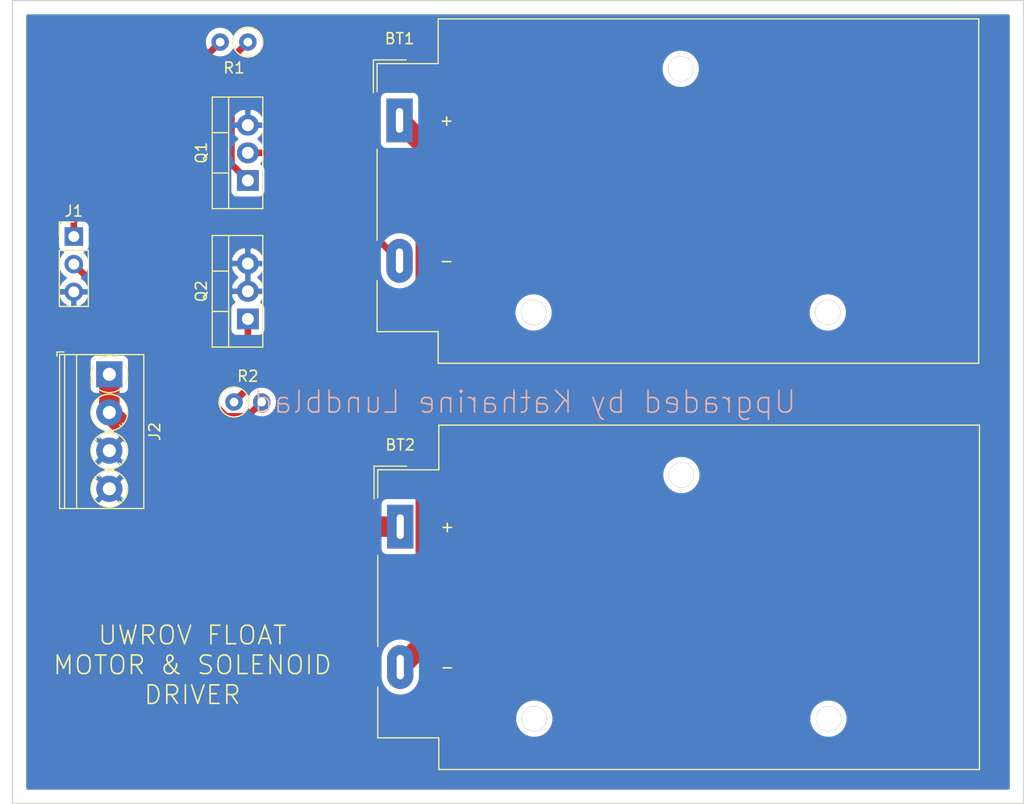
<source format=kicad_pcb>
(kicad_pcb (version 20171130) (host pcbnew "(5.1.9)-1")

  (general
    (thickness 1.6)
    (drawings 6)
    (tracks 18)
    (zones 0)
    (modules 8)
    (nets 9)
  )

  (page A4)
  (layers
    (0 F.Cu signal)
    (31 B.Cu signal)
    (32 B.Adhes user)
    (33 F.Adhes user)
    (34 B.Paste user)
    (35 F.Paste user)
    (36 B.SilkS user)
    (37 F.SilkS user)
    (38 B.Mask user)
    (39 F.Mask user)
    (40 Dwgs.User user)
    (41 Cmts.User user)
    (42 Eco1.User user)
    (43 Eco2.User user)
    (44 Edge.Cuts user)
    (45 Margin user)
    (46 B.CrtYd user)
    (47 F.CrtYd user)
    (48 B.Fab user)
    (49 F.Fab user)
  )

  (setup
    (last_trace_width 1.8796)
    (user_trace_width 0.6096)
    (user_trace_width 1.8796)
    (user_trace_width 4.7244)
    (user_trace_width 6.022)
    (user_trace_width 9.5758)
    (user_trace_width 9.6774)
    (trace_clearance 0.2)
    (zone_clearance 0.508)
    (zone_45_only no)
    (trace_min 0.2)
    (via_size 0.8)
    (via_drill 0.4)
    (via_min_size 0.4)
    (via_min_drill 0.3)
    (uvia_size 0.3)
    (uvia_drill 0.1)
    (uvias_allowed no)
    (uvia_min_size 0.2)
    (uvia_min_drill 0.1)
    (edge_width 0.05)
    (segment_width 0.2)
    (pcb_text_width 0.3)
    (pcb_text_size 1.5 1.5)
    (mod_edge_width 0.12)
    (mod_text_size 1 1)
    (mod_text_width 0.15)
    (pad_size 1.524 1.524)
    (pad_drill 0.762)
    (pad_to_mask_clearance 0)
    (aux_axis_origin 0 0)
    (visible_elements FFFFFF7F)
    (pcbplotparams
      (layerselection 0x010fc_ffffffff)
      (usegerberextensions false)
      (usegerberattributes true)
      (usegerberadvancedattributes true)
      (creategerberjobfile true)
      (excludeedgelayer true)
      (linewidth 0.100000)
      (plotframeref false)
      (viasonmask false)
      (mode 1)
      (useauxorigin false)
      (hpglpennumber 1)
      (hpglpenspeed 20)
      (hpglpendiameter 15.000000)
      (psnegative false)
      (psa4output false)
      (plotreference true)
      (plotvalue true)
      (plotinvisibletext false)
      (padsonsilk false)
      (subtractmaskfromsilk false)
      (outputformat 1)
      (mirror false)
      (drillshape 1)
      (scaleselection 1)
      (outputdirectory ""))
  )

  (net 0 "")
  (net 1 "Net-(BT1-Pad1)")
  (net 2 "Net-(BT1-Pad2)")
  (net 3 /MOTOR)
  (net 4 /RPI_1)
  (net 5 /RPI_2)
  (net 6 GND)
  (net 7 "Net-(Q1-Pad1)")
  (net 8 "Net-(Q2-Pad1)")

  (net_class Default "This is the default net class."
    (clearance 0.2)
    (trace_width 0.25)
    (via_dia 0.8)
    (via_drill 0.4)
    (uvia_dia 0.3)
    (uvia_drill 0.1)
    (add_net /MOTOR)
    (add_net /RPI_1)
    (add_net /RPI_2)
    (add_net GND)
    (add_net "Net-(BT1-Pad1)")
    (add_net "Net-(BT1-Pad2)")
    (add_net "Net-(Q1-Pad1)")
    (add_net "Net-(Q2-Pad1)")
  )

  (module Battery:BatteryHolder_MPD_BA9VPC_1xPP3 (layer F.Cu) (tedit 5E3B46E0) (tstamp 618FE5B4)
    (at 83.755001 47.825001)
    (descr "1xPP3 (9V) battery holder, Memory Protection Devices P/N BA9VPC, http://www.memoryprotectiondevices.com/datasheets/BA9VPC-datasheet.pdf")
    (tags "PP3 Battery Holder BA9VPC 9V")
    (path /619037CD)
    (fp_text reference BT1 (at 0 -7.5) (layer F.SilkS)
      (effects (font (size 1 1) (thickness 0.15)))
    )
    (fp_text value Battery_Cell (at 25.75 23.6) (layer F.Fab)
      (effects (font (size 1 1) (thickness 0.15)))
    )
    (fp_line (start -1.95 0.45) (end -1.5 0) (layer F.Fab) (width 0.1))
    (fp_line (start -1.5 0) (end -1.95 -0.45) (layer F.Fab) (width 0.1))
    (fp_line (start -2.4 -5.55) (end 0.6 -5.55) (layer F.SilkS) (width 0.12))
    (fp_line (start -2.4 -5.55) (end -2.4 -2.55) (layer F.SilkS) (width 0.12))
    (fp_line (start -2.06 19.38) (end -2.06 14.7) (layer F.SilkS) (width 0.12))
    (fp_line (start -2.06 2.65) (end -2.06 11) (layer F.SilkS) (width 0.12))
    (fp_line (start -2.06 -5.21) (end -2.06 -2.65) (layer F.SilkS) (width 0.12))
    (fp_line (start 3.54 -5.21) (end -2.06 -5.21) (layer F.SilkS) (width 0.12))
    (fp_line (start 3.54 -9.31) (end 3.54 -5.21) (layer F.SilkS) (width 0.12))
    (fp_line (start 53.1 -9.31) (end 3.54 -9.31) (layer F.SilkS) (width 0.12))
    (fp_line (start 3.54 19.38) (end -2.06 19.38) (layer F.SilkS) (width 0.12))
    (fp_line (start 3.54 22.28) (end 3.54 19.38) (layer F.SilkS) (width 0.12))
    (fp_line (start 53.1 22.28) (end 3.54 22.28) (layer F.SilkS) (width 0.12))
    (fp_line (start 53.1 22.28) (end 53.1 -9.31) (layer F.SilkS) (width 0.12))
    (fp_line (start -1.95 19.27) (end -1.95 -5.1) (layer F.Fab) (width 0.1))
    (fp_line (start 52.99 22.17) (end 52.99 -9.2) (layer F.Fab) (width 0.1))
    (fp_line (start 3.65 22.17) (end 52.99 22.17) (layer F.Fab) (width 0.1))
    (fp_line (start 3.65 -9.2) (end 52.99 -9.2) (layer F.Fab) (width 0.1))
    (fp_line (start 3.65 -5.1) (end -1.95 -5.1) (layer F.Fab) (width 0.1))
    (fp_line (start 3.65 -5.1) (end 3.65 -9.2) (layer F.Fab) (width 0.1))
    (fp_line (start 3.65 19.27) (end -1.95 19.27) (layer F.Fab) (width 0.1))
    (fp_line (start 3.65 22.17) (end 3.65 19.27) (layer F.Fab) (width 0.1))
    (fp_line (start -2.45 -9.7) (end 53.49 -9.7) (layer F.CrtYd) (width 0.05))
    (fp_line (start -2.45 22.67) (end 53.49 22.67) (layer F.CrtYd) (width 0.05))
    (fp_line (start -2.45 -9.7) (end -2.45 22.67) (layer F.CrtYd) (width 0.05))
    (fp_line (start 53.49 22.67) (end 53.49 -9.7) (layer F.CrtYd) (width 0.05))
    (fp_text user %R (at 25.75 6.5) (layer F.Fab)
      (effects (font (size 1 1) (thickness 0.15)))
    )
    (fp_text user - (at 3.6 12.88) (layer F.SilkS)
      (effects (font (size 1 1) (thickness 0.15)) (justify left))
    )
    (fp_text user + (at 3.6 0) (layer F.SilkS)
      (effects (font (size 1 1) (thickness 0.15)) (justify left))
    )
    (pad 1 thru_hole rect (at 0 0) (size 2.41 4.02) (drill oval 0.66 2.27) (layers *.Cu *.Mask)
      (net 1 "Net-(BT1-Pad1)"))
    (pad 2 thru_hole oval (at 0 12.88) (size 2.41 4.02) (drill oval 0.66 2.27) (layers *.Cu *.Mask)
      (net 2 "Net-(BT1-Pad2)"))
    (pad "" np_thru_hole circle (at 25.78 -4.73) (size 2.3 2.3) (drill 2.29) (layers *.Cu *.Mask))
    (pad "" np_thru_hole circle (at 12.29 17.62) (size 2.3 2.3) (drill 2.29) (layers *.Cu *.Mask))
    (pad "" np_thru_hole circle (at 39.26 17.62) (size 2.3 2.3) (drill 2.29) (layers *.Cu *.Mask))
    (model ${KISYS3DMOD}/Battery.3dshapes/BatteryHolder_MPD_BA9VPC_1xPP3.wrl
      (at (xyz 0 0 0))
      (scale (xyz 1 1 1))
      (rotate (xyz 0 0 0))
    )
  )

  (module Battery:BatteryHolder_MPD_BA9VPC_1xPP3 (layer F.Cu) (tedit 5E3B46E0) (tstamp 618FEA71)
    (at 83.82 85.09)
    (descr "1xPP3 (9V) battery holder, Memory Protection Devices P/N BA9VPC, http://www.memoryprotectiondevices.com/datasheets/BA9VPC-datasheet.pdf")
    (tags "PP3 Battery Holder BA9VPC 9V")
    (path /61903D1E)
    (fp_text reference BT2 (at 0 -7.5) (layer F.SilkS)
      (effects (font (size 1 1) (thickness 0.15)))
    )
    (fp_text value Battery_Cell (at 25.75 23.6) (layer F.Fab)
      (effects (font (size 1 1) (thickness 0.15)))
    )
    (fp_text user + (at 3.6 0) (layer F.SilkS)
      (effects (font (size 1 1) (thickness 0.15)) (justify left))
    )
    (fp_text user - (at 3.6 12.88) (layer F.SilkS)
      (effects (font (size 1 1) (thickness 0.15)) (justify left))
    )
    (fp_text user %R (at 25.75 6.5) (layer F.Fab)
      (effects (font (size 1 1) (thickness 0.15)))
    )
    (fp_line (start 53.49 22.67) (end 53.49 -9.7) (layer F.CrtYd) (width 0.05))
    (fp_line (start -2.45 -9.7) (end -2.45 22.67) (layer F.CrtYd) (width 0.05))
    (fp_line (start -2.45 22.67) (end 53.49 22.67) (layer F.CrtYd) (width 0.05))
    (fp_line (start -2.45 -9.7) (end 53.49 -9.7) (layer F.CrtYd) (width 0.05))
    (fp_line (start 3.65 22.17) (end 3.65 19.27) (layer F.Fab) (width 0.1))
    (fp_line (start 3.65 19.27) (end -1.95 19.27) (layer F.Fab) (width 0.1))
    (fp_line (start 3.65 -5.1) (end 3.65 -9.2) (layer F.Fab) (width 0.1))
    (fp_line (start 3.65 -5.1) (end -1.95 -5.1) (layer F.Fab) (width 0.1))
    (fp_line (start 3.65 -9.2) (end 52.99 -9.2) (layer F.Fab) (width 0.1))
    (fp_line (start 3.65 22.17) (end 52.99 22.17) (layer F.Fab) (width 0.1))
    (fp_line (start 52.99 22.17) (end 52.99 -9.2) (layer F.Fab) (width 0.1))
    (fp_line (start -1.95 19.27) (end -1.95 -5.1) (layer F.Fab) (width 0.1))
    (fp_line (start 53.1 22.28) (end 53.1 -9.31) (layer F.SilkS) (width 0.12))
    (fp_line (start 53.1 22.28) (end 3.54 22.28) (layer F.SilkS) (width 0.12))
    (fp_line (start 3.54 22.28) (end 3.54 19.38) (layer F.SilkS) (width 0.12))
    (fp_line (start 3.54 19.38) (end -2.06 19.38) (layer F.SilkS) (width 0.12))
    (fp_line (start 53.1 -9.31) (end 3.54 -9.31) (layer F.SilkS) (width 0.12))
    (fp_line (start 3.54 -9.31) (end 3.54 -5.21) (layer F.SilkS) (width 0.12))
    (fp_line (start 3.54 -5.21) (end -2.06 -5.21) (layer F.SilkS) (width 0.12))
    (fp_line (start -2.06 -5.21) (end -2.06 -2.65) (layer F.SilkS) (width 0.12))
    (fp_line (start -2.06 2.65) (end -2.06 11) (layer F.SilkS) (width 0.12))
    (fp_line (start -2.06 19.38) (end -2.06 14.7) (layer F.SilkS) (width 0.12))
    (fp_line (start -2.4 -5.55) (end -2.4 -2.55) (layer F.SilkS) (width 0.12))
    (fp_line (start -2.4 -5.55) (end 0.6 -5.55) (layer F.SilkS) (width 0.12))
    (fp_line (start -1.5 0) (end -1.95 -0.45) (layer F.Fab) (width 0.1))
    (fp_line (start -1.95 0.45) (end -1.5 0) (layer F.Fab) (width 0.1))
    (pad "" np_thru_hole circle (at 39.26 17.62) (size 2.3 2.3) (drill 2.29) (layers *.Cu *.Mask))
    (pad "" np_thru_hole circle (at 12.29 17.62) (size 2.3 2.3) (drill 2.29) (layers *.Cu *.Mask))
    (pad "" np_thru_hole circle (at 25.78 -4.73) (size 2.3 2.3) (drill 2.29) (layers *.Cu *.Mask))
    (pad 2 thru_hole oval (at 0 12.88) (size 2.41 4.02) (drill oval 0.66 2.27) (layers *.Cu *.Mask)
      (net 1 "Net-(BT1-Pad1)"))
    (pad 1 thru_hole rect (at 0 0) (size 2.41 4.02) (drill oval 0.66 2.27) (layers *.Cu *.Mask)
      (net 3 /MOTOR))
    (model ${KISYS3DMOD}/Battery.3dshapes/BatteryHolder_MPD_BA9VPC_1xPP3.wrl
      (at (xyz 0 0 0))
      (scale (xyz 1 1 1))
      (rotate (xyz 0 0 0))
    )
  )

  (module Connector_PinHeader_2.54mm:PinHeader_1x03_P2.54mm_Vertical (layer F.Cu) (tedit 59FED5CC) (tstamp 618FE5F1)
    (at 53.895001 58.475001)
    (descr "Through hole straight pin header, 1x03, 2.54mm pitch, single row")
    (tags "Through hole pin header THT 1x03 2.54mm single row")
    (path /618FA783)
    (fp_text reference J1 (at 0 -2.33) (layer F.SilkS)
      (effects (font (size 1 1) (thickness 0.15)))
    )
    (fp_text value Conn_01x03_Male (at 0 7.41) (layer F.Fab)
      (effects (font (size 1 1) (thickness 0.15)))
    )
    (fp_line (start 1.8 -1.8) (end -1.8 -1.8) (layer F.CrtYd) (width 0.05))
    (fp_line (start 1.8 6.85) (end 1.8 -1.8) (layer F.CrtYd) (width 0.05))
    (fp_line (start -1.8 6.85) (end 1.8 6.85) (layer F.CrtYd) (width 0.05))
    (fp_line (start -1.8 -1.8) (end -1.8 6.85) (layer F.CrtYd) (width 0.05))
    (fp_line (start -1.33 -1.33) (end 0 -1.33) (layer F.SilkS) (width 0.12))
    (fp_line (start -1.33 0) (end -1.33 -1.33) (layer F.SilkS) (width 0.12))
    (fp_line (start -1.33 1.27) (end 1.33 1.27) (layer F.SilkS) (width 0.12))
    (fp_line (start 1.33 1.27) (end 1.33 6.41) (layer F.SilkS) (width 0.12))
    (fp_line (start -1.33 1.27) (end -1.33 6.41) (layer F.SilkS) (width 0.12))
    (fp_line (start -1.33 6.41) (end 1.33 6.41) (layer F.SilkS) (width 0.12))
    (fp_line (start -1.27 -0.635) (end -0.635 -1.27) (layer F.Fab) (width 0.1))
    (fp_line (start -1.27 6.35) (end -1.27 -0.635) (layer F.Fab) (width 0.1))
    (fp_line (start 1.27 6.35) (end -1.27 6.35) (layer F.Fab) (width 0.1))
    (fp_line (start 1.27 -1.27) (end 1.27 6.35) (layer F.Fab) (width 0.1))
    (fp_line (start -0.635 -1.27) (end 1.27 -1.27) (layer F.Fab) (width 0.1))
    (fp_text user %R (at 0 2.54 90) (layer F.Fab)
      (effects (font (size 1 1) (thickness 0.15)))
    )
    (pad 1 thru_hole rect (at 0 0) (size 1.7 1.7) (drill 1) (layers *.Cu *.Mask)
      (net 4 /RPI_1))
    (pad 2 thru_hole oval (at 0 2.54) (size 1.7 1.7) (drill 1) (layers *.Cu *.Mask)
      (net 5 /RPI_2))
    (pad 3 thru_hole oval (at 0 5.08) (size 1.7 1.7) (drill 1) (layers *.Cu *.Mask)
      (net 6 GND))
    (model ${KISYS3DMOD}/Connector_PinHeader_2.54mm.3dshapes/PinHeader_1x03_P2.54mm_Vertical.wrl
      (at (xyz 0 0 0))
      (scale (xyz 1 1 1))
      (rotate (xyz 0 0 0))
    )
  )

  (module TerminalBlock_Phoenix:TerminalBlock_Phoenix_PT-1,5-4-3.5-H_1x04_P3.50mm_Horizontal (layer F.Cu) (tedit 5B294F40) (tstamp 618FE62D)
    (at 57.15 71.12 270)
    (descr "Terminal Block Phoenix PT-1,5-4-3.5-H, 4 pins, pitch 3.5mm, size 14x7.6mm^2, drill diamater 1.2mm, pad diameter 2.4mm, see , script-generated using https://github.com/pointhi/kicad-footprint-generator/scripts/TerminalBlock_Phoenix")
    (tags "THT Terminal Block Phoenix PT-1,5-4-3.5-H pitch 3.5mm size 14x7.6mm^2 drill 1.2mm pad 2.4mm")
    (path /618FF814)
    (fp_text reference J2 (at 5.25 -4.16 90) (layer F.SilkS)
      (effects (font (size 1 1) (thickness 0.15)))
    )
    (fp_text value Screw_Terminal_01x04 (at 5.25 5.56 90) (layer F.Fab)
      (effects (font (size 1 1) (thickness 0.15)))
    )
    (fp_line (start 12.75 -3.6) (end -2.25 -3.6) (layer F.CrtYd) (width 0.05))
    (fp_line (start 12.75 5) (end 12.75 -3.6) (layer F.CrtYd) (width 0.05))
    (fp_line (start -2.25 5) (end 12.75 5) (layer F.CrtYd) (width 0.05))
    (fp_line (start -2.25 -3.6) (end -2.25 5) (layer F.CrtYd) (width 0.05))
    (fp_line (start -2.05 4.8) (end -1.65 4.8) (layer F.SilkS) (width 0.12))
    (fp_line (start -2.05 4.16) (end -2.05 4.8) (layer F.SilkS) (width 0.12))
    (fp_line (start 9.355 0.941) (end 9.226 1.069) (layer F.SilkS) (width 0.12))
    (fp_line (start 11.57 -1.275) (end 11.476 -1.181) (layer F.SilkS) (width 0.12))
    (fp_line (start 9.525 1.181) (end 9.431 1.274) (layer F.SilkS) (width 0.12))
    (fp_line (start 11.775 -1.069) (end 11.646 -0.941) (layer F.SilkS) (width 0.12))
    (fp_line (start 11.455 -1.138) (end 9.363 0.955) (layer F.Fab) (width 0.1))
    (fp_line (start 11.638 -0.955) (end 9.546 1.138) (layer F.Fab) (width 0.1))
    (fp_line (start 5.855 0.941) (end 5.726 1.069) (layer F.SilkS) (width 0.12))
    (fp_line (start 8.07 -1.275) (end 7.976 -1.181) (layer F.SilkS) (width 0.12))
    (fp_line (start 6.025 1.181) (end 5.931 1.274) (layer F.SilkS) (width 0.12))
    (fp_line (start 8.275 -1.069) (end 8.146 -0.941) (layer F.SilkS) (width 0.12))
    (fp_line (start 7.955 -1.138) (end 5.863 0.955) (layer F.Fab) (width 0.1))
    (fp_line (start 8.138 -0.955) (end 6.046 1.138) (layer F.Fab) (width 0.1))
    (fp_line (start 2.355 0.941) (end 2.226 1.069) (layer F.SilkS) (width 0.12))
    (fp_line (start 4.57 -1.275) (end 4.476 -1.181) (layer F.SilkS) (width 0.12))
    (fp_line (start 2.525 1.181) (end 2.431 1.274) (layer F.SilkS) (width 0.12))
    (fp_line (start 4.775 -1.069) (end 4.646 -0.941) (layer F.SilkS) (width 0.12))
    (fp_line (start 4.455 -1.138) (end 2.363 0.955) (layer F.Fab) (width 0.1))
    (fp_line (start 4.638 -0.955) (end 2.546 1.138) (layer F.Fab) (width 0.1))
    (fp_line (start 0.955 -1.138) (end -1.138 0.955) (layer F.Fab) (width 0.1))
    (fp_line (start 1.138 -0.955) (end -0.955 1.138) (layer F.Fab) (width 0.1))
    (fp_line (start 12.31 -3.16) (end 12.31 4.56) (layer F.SilkS) (width 0.12))
    (fp_line (start -1.81 -3.16) (end -1.81 4.56) (layer F.SilkS) (width 0.12))
    (fp_line (start -1.81 4.56) (end 12.31 4.56) (layer F.SilkS) (width 0.12))
    (fp_line (start -1.81 -3.16) (end 12.31 -3.16) (layer F.SilkS) (width 0.12))
    (fp_line (start -1.81 3) (end 12.31 3) (layer F.SilkS) (width 0.12))
    (fp_line (start -1.75 3) (end 12.25 3) (layer F.Fab) (width 0.1))
    (fp_line (start -1.81 4.1) (end 12.31 4.1) (layer F.SilkS) (width 0.12))
    (fp_line (start -1.75 4.1) (end 12.25 4.1) (layer F.Fab) (width 0.1))
    (fp_line (start -1.75 4.1) (end -1.75 -3.1) (layer F.Fab) (width 0.1))
    (fp_line (start -1.35 4.5) (end -1.75 4.1) (layer F.Fab) (width 0.1))
    (fp_line (start 12.25 4.5) (end -1.35 4.5) (layer F.Fab) (width 0.1))
    (fp_line (start 12.25 -3.1) (end 12.25 4.5) (layer F.Fab) (width 0.1))
    (fp_line (start -1.75 -3.1) (end 12.25 -3.1) (layer F.Fab) (width 0.1))
    (fp_circle (center 10.5 0) (end 12.18 0) (layer F.SilkS) (width 0.12))
    (fp_circle (center 10.5 0) (end 12 0) (layer F.Fab) (width 0.1))
    (fp_circle (center 7 0) (end 8.68 0) (layer F.SilkS) (width 0.12))
    (fp_circle (center 7 0) (end 8.5 0) (layer F.Fab) (width 0.1))
    (fp_circle (center 3.5 0) (end 5.18 0) (layer F.SilkS) (width 0.12))
    (fp_circle (center 3.5 0) (end 5 0) (layer F.Fab) (width 0.1))
    (fp_circle (center 0 0) (end 1.5 0) (layer F.Fab) (width 0.1))
    (fp_arc (start 0 0) (end 0 1.68) (angle -32) (layer F.SilkS) (width 0.12))
    (fp_arc (start 0 0) (end 1.425 0.891) (angle -64) (layer F.SilkS) (width 0.12))
    (fp_arc (start 0 0) (end 0.866 -1.44) (angle -63) (layer F.SilkS) (width 0.12))
    (fp_arc (start 0 0) (end -1.44 -0.866) (angle -63) (layer F.SilkS) (width 0.12))
    (fp_arc (start 0 0) (end -0.866 1.44) (angle -32) (layer F.SilkS) (width 0.12))
    (fp_text user %R (at 5.25 2.4 90) (layer F.Fab)
      (effects (font (size 1 1) (thickness 0.15)))
    )
    (pad 1 thru_hole rect (at 0 0 270) (size 2.4 2.4) (drill 1.2) (layers *.Cu *.Mask)
      (net 3 /MOTOR))
    (pad 2 thru_hole circle (at 3.5 0 270) (size 2.4 2.4) (drill 1.2) (layers *.Cu *.Mask)
      (net 3 /MOTOR))
    (pad 3 thru_hole circle (at 7 0 270) (size 2.4 2.4) (drill 1.2) (layers *.Cu *.Mask)
      (net 6 GND))
    (pad 4 thru_hole circle (at 10.5 0 270) (size 2.4 2.4) (drill 1.2) (layers *.Cu *.Mask)
      (net 6 GND))
    (model ${KISYS3DMOD}/TerminalBlock_Phoenix.3dshapes/TerminalBlock_Phoenix_PT-1,5-4-3.5-H_1x04_P3.50mm_Horizontal.wrl
      (at (xyz 0 0 0))
      (scale (xyz 1 1 1))
      (rotate (xyz 0 0 0))
    )
  )

  (module Package_TO_SOT_THT:TO-220-3_Vertical (layer F.Cu) (tedit 5AC8BA0D) (tstamp 618FE647)
    (at 69.85 53.34 90)
    (descr "TO-220-3, Vertical, RM 2.54mm, see https://www.vishay.com/docs/66542/to-220-1.pdf")
    (tags "TO-220-3 Vertical RM 2.54mm")
    (path /618F83C5)
    (fp_text reference Q1 (at 2.54 -4.27 90) (layer F.SilkS)
      (effects (font (size 1 1) (thickness 0.15)))
    )
    (fp_text value TIP41C (at 2.54 2.5 90) (layer F.Fab)
      (effects (font (size 1 1) (thickness 0.15)))
    )
    (fp_line (start 7.79 -3.4) (end -2.71 -3.4) (layer F.CrtYd) (width 0.05))
    (fp_line (start 7.79 1.51) (end 7.79 -3.4) (layer F.CrtYd) (width 0.05))
    (fp_line (start -2.71 1.51) (end 7.79 1.51) (layer F.CrtYd) (width 0.05))
    (fp_line (start -2.71 -3.4) (end -2.71 1.51) (layer F.CrtYd) (width 0.05))
    (fp_line (start 4.391 -3.27) (end 4.391 -1.76) (layer F.SilkS) (width 0.12))
    (fp_line (start 0.69 -3.27) (end 0.69 -1.76) (layer F.SilkS) (width 0.12))
    (fp_line (start -2.58 -1.76) (end 7.66 -1.76) (layer F.SilkS) (width 0.12))
    (fp_line (start 7.66 -3.27) (end 7.66 1.371) (layer F.SilkS) (width 0.12))
    (fp_line (start -2.58 -3.27) (end -2.58 1.371) (layer F.SilkS) (width 0.12))
    (fp_line (start -2.58 1.371) (end 7.66 1.371) (layer F.SilkS) (width 0.12))
    (fp_line (start -2.58 -3.27) (end 7.66 -3.27) (layer F.SilkS) (width 0.12))
    (fp_line (start 4.39 -3.15) (end 4.39 -1.88) (layer F.Fab) (width 0.1))
    (fp_line (start 0.69 -3.15) (end 0.69 -1.88) (layer F.Fab) (width 0.1))
    (fp_line (start -2.46 -1.88) (end 7.54 -1.88) (layer F.Fab) (width 0.1))
    (fp_line (start 7.54 -3.15) (end -2.46 -3.15) (layer F.Fab) (width 0.1))
    (fp_line (start 7.54 1.25) (end 7.54 -3.15) (layer F.Fab) (width 0.1))
    (fp_line (start -2.46 1.25) (end 7.54 1.25) (layer F.Fab) (width 0.1))
    (fp_line (start -2.46 -3.15) (end -2.46 1.25) (layer F.Fab) (width 0.1))
    (fp_text user %R (at 2.54 -4.27 90) (layer F.Fab)
      (effects (font (size 1 1) (thickness 0.15)))
    )
    (pad 1 thru_hole rect (at 0 0 90) (size 1.905 2) (drill 1.1) (layers *.Cu *.Mask)
      (net 7 "Net-(Q1-Pad1)"))
    (pad 2 thru_hole oval (at 2.54 0 90) (size 1.905 2) (drill 1.1) (layers *.Cu *.Mask)
      (net 2 "Net-(BT1-Pad2)"))
    (pad 3 thru_hole oval (at 5.08 0 90) (size 1.905 2) (drill 1.1) (layers *.Cu *.Mask)
      (net 6 GND))
    (model ${KISYS3DMOD}/Package_TO_SOT_THT.3dshapes/TO-220-3_Vertical.wrl
      (at (xyz 0 0 0))
      (scale (xyz 1 1 1))
      (rotate (xyz 0 0 0))
    )
  )

  (module Package_TO_SOT_THT:TO-220-3_Vertical (layer F.Cu) (tedit 5AC8BA0D) (tstamp 618FE661)
    (at 69.85 66.04 90)
    (descr "TO-220-3, Vertical, RM 2.54mm, see https://www.vishay.com/docs/66542/to-220-1.pdf")
    (tags "TO-220-3 Vertical RM 2.54mm")
    (path /618F8F1F)
    (fp_text reference Q2 (at 2.54 -4.27 90) (layer F.SilkS)
      (effects (font (size 1 1) (thickness 0.15)))
    )
    (fp_text value TIP41C (at 2.54 2.5 90) (layer F.Fab)
      (effects (font (size 1 1) (thickness 0.15)))
    )
    (fp_text user %R (at 2.54 -4.27 90) (layer F.Fab)
      (effects (font (size 1 1) (thickness 0.15)))
    )
    (fp_line (start -2.46 -3.15) (end -2.46 1.25) (layer F.Fab) (width 0.1))
    (fp_line (start -2.46 1.25) (end 7.54 1.25) (layer F.Fab) (width 0.1))
    (fp_line (start 7.54 1.25) (end 7.54 -3.15) (layer F.Fab) (width 0.1))
    (fp_line (start 7.54 -3.15) (end -2.46 -3.15) (layer F.Fab) (width 0.1))
    (fp_line (start -2.46 -1.88) (end 7.54 -1.88) (layer F.Fab) (width 0.1))
    (fp_line (start 0.69 -3.15) (end 0.69 -1.88) (layer F.Fab) (width 0.1))
    (fp_line (start 4.39 -3.15) (end 4.39 -1.88) (layer F.Fab) (width 0.1))
    (fp_line (start -2.58 -3.27) (end 7.66 -3.27) (layer F.SilkS) (width 0.12))
    (fp_line (start -2.58 1.371) (end 7.66 1.371) (layer F.SilkS) (width 0.12))
    (fp_line (start -2.58 -3.27) (end -2.58 1.371) (layer F.SilkS) (width 0.12))
    (fp_line (start 7.66 -3.27) (end 7.66 1.371) (layer F.SilkS) (width 0.12))
    (fp_line (start -2.58 -1.76) (end 7.66 -1.76) (layer F.SilkS) (width 0.12))
    (fp_line (start 0.69 -3.27) (end 0.69 -1.76) (layer F.SilkS) (width 0.12))
    (fp_line (start 4.391 -3.27) (end 4.391 -1.76) (layer F.SilkS) (width 0.12))
    (fp_line (start -2.71 -3.4) (end -2.71 1.51) (layer F.CrtYd) (width 0.05))
    (fp_line (start -2.71 1.51) (end 7.79 1.51) (layer F.CrtYd) (width 0.05))
    (fp_line (start 7.79 1.51) (end 7.79 -3.4) (layer F.CrtYd) (width 0.05))
    (fp_line (start 7.79 -3.4) (end -2.71 -3.4) (layer F.CrtYd) (width 0.05))
    (pad 3 thru_hole oval (at 5.08 0 90) (size 1.905 2) (drill 1.1) (layers *.Cu *.Mask)
      (net 6 GND))
    (pad 2 thru_hole oval (at 2.54 0 90) (size 1.905 2) (drill 1.1) (layers *.Cu *.Mask)
      (net 6 GND))
    (pad 1 thru_hole rect (at 0 0 90) (size 1.905 2) (drill 1.1) (layers *.Cu *.Mask)
      (net 8 "Net-(Q2-Pad1)"))
    (model ${KISYS3DMOD}/Package_TO_SOT_THT.3dshapes/TO-220-3_Vertical.wrl
      (at (xyz 0 0 0))
      (scale (xyz 1 1 1))
      (rotate (xyz 0 0 0))
    )
  )

  (module Resistor_THT:R_Axial_DIN0207_L6.3mm_D2.5mm_P2.54mm_Vertical (layer F.Cu) (tedit 5AE5139B) (tstamp 618FE670)
    (at 69.85 40.64 180)
    (descr "Resistor, Axial_DIN0207 series, Axial, Vertical, pin pitch=2.54mm, 0.25W = 1/4W, length*diameter=6.3*2.5mm^2, http://cdn-reichelt.de/documents/datenblatt/B400/1_4W%23YAG.pdf")
    (tags "Resistor Axial_DIN0207 series Axial Vertical pin pitch 2.54mm 0.25W = 1/4W length 6.3mm diameter 2.5mm")
    (path /618F9925)
    (fp_text reference R1 (at 1.27 -2.37) (layer F.SilkS)
      (effects (font (size 1 1) (thickness 0.15)))
    )
    (fp_text value 330 (at 1.27 2.37) (layer F.Fab)
      (effects (font (size 1 1) (thickness 0.15)))
    )
    (fp_line (start 3.59 -1.5) (end -1.5 -1.5) (layer F.CrtYd) (width 0.05))
    (fp_line (start 3.59 1.5) (end 3.59 -1.5) (layer F.CrtYd) (width 0.05))
    (fp_line (start -1.5 1.5) (end 3.59 1.5) (layer F.CrtYd) (width 0.05))
    (fp_line (start -1.5 -1.5) (end -1.5 1.5) (layer F.CrtYd) (width 0.05))
    (fp_line (start 1.37 0) (end 1.44 0) (layer F.SilkS) (width 0.12))
    (fp_line (start 0 0) (end 2.54 0) (layer F.Fab) (width 0.1))
    (fp_circle (center 0 0) (end 1.37 0) (layer F.SilkS) (width 0.12))
    (fp_circle (center 0 0) (end 1.25 0) (layer F.Fab) (width 0.1))
    (fp_text user %R (at 1.27 -2.37) (layer F.Fab)
      (effects (font (size 1 1) (thickness 0.15)))
    )
    (pad 1 thru_hole circle (at 0 0 180) (size 1.6 1.6) (drill 0.8) (layers *.Cu *.Mask)
      (net 7 "Net-(Q1-Pad1)"))
    (pad 2 thru_hole oval (at 2.54 0 180) (size 1.6 1.6) (drill 0.8) (layers *.Cu *.Mask)
      (net 4 /RPI_1))
    (model ${KISYS3DMOD}/Resistor_THT.3dshapes/R_Axial_DIN0207_L6.3mm_D2.5mm_P2.54mm_Vertical.wrl
      (at (xyz 0 0 0))
      (scale (xyz 1 1 1))
      (rotate (xyz 0 0 0))
    )
  )

  (module Resistor_THT:R_Axial_DIN0207_L6.3mm_D2.5mm_P2.54mm_Vertical (layer F.Cu) (tedit 5AE5139B) (tstamp 618FE67F)
    (at 68.58 73.66)
    (descr "Resistor, Axial_DIN0207 series, Axial, Vertical, pin pitch=2.54mm, 0.25W = 1/4W, length*diameter=6.3*2.5mm^2, http://cdn-reichelt.de/documents/datenblatt/B400/1_4W%23YAG.pdf")
    (tags "Resistor Axial_DIN0207 series Axial Vertical pin pitch 2.54mm 0.25W = 1/4W length 6.3mm diameter 2.5mm")
    (path /618F9C20)
    (fp_text reference R2 (at 1.27 -2.37) (layer F.SilkS)
      (effects (font (size 1 1) (thickness 0.15)))
    )
    (fp_text value 330 (at 1.27 2.37) (layer F.Fab)
      (effects (font (size 1 1) (thickness 0.15)))
    )
    (fp_text user %R (at 1.27 -2.37) (layer F.Fab)
      (effects (font (size 1 1) (thickness 0.15)))
    )
    (fp_circle (center 0 0) (end 1.25 0) (layer F.Fab) (width 0.1))
    (fp_circle (center 0 0) (end 1.37 0) (layer F.SilkS) (width 0.12))
    (fp_line (start 0 0) (end 2.54 0) (layer F.Fab) (width 0.1))
    (fp_line (start 1.37 0) (end 1.44 0) (layer F.SilkS) (width 0.12))
    (fp_line (start -1.5 -1.5) (end -1.5 1.5) (layer F.CrtYd) (width 0.05))
    (fp_line (start -1.5 1.5) (end 3.59 1.5) (layer F.CrtYd) (width 0.05))
    (fp_line (start 3.59 1.5) (end 3.59 -1.5) (layer F.CrtYd) (width 0.05))
    (fp_line (start 3.59 -1.5) (end -1.5 -1.5) (layer F.CrtYd) (width 0.05))
    (pad 2 thru_hole oval (at 2.54 0) (size 1.6 1.6) (drill 0.8) (layers *.Cu *.Mask)
      (net 5 /RPI_2))
    (pad 1 thru_hole circle (at 0 0) (size 1.6 1.6) (drill 0.8) (layers *.Cu *.Mask)
      (net 8 "Net-(Q2-Pad1)"))
    (model ${KISYS3DMOD}/Resistor_THT.3dshapes/R_Axial_DIN0207_L6.3mm_D2.5mm_P2.54mm_Vertical.wrl
      (at (xyz 0 0 0))
      (scale (xyz 1 1 1))
      (rotate (xyz 0 0 0))
    )
  )

  (gr_text "Upgraded by Katharine Lundblad\n" (at 95.25 73.66) (layer B.SilkS)
    (effects (font (size 2 2) (thickness 0.15)) (justify mirror))
  )
  (gr_text "UWROV FLOAT\nMOTOR & SOLENOID\nDRIVER\n" (at 64.77 97.79) (layer F.SilkS)
    (effects (font (size 1.7 1.7) (thickness 0.15)))
  )
  (gr_line (start 140.97 36.83) (end 140.97 110.49) (layer Edge.Cuts) (width 0.1))
  (gr_line (start 48.26 36.83) (end 140.97 36.83) (layer Edge.Cuts) (width 0.1))
  (gr_line (start 48.26 110.49) (end 48.26 36.83) (layer Edge.Cuts) (width 0.1))
  (gr_line (start 140.97 110.49) (end 48.26 110.49) (layer Edge.Cuts) (width 0.1))

  (segment (start 86.164801 50.234801) (end 83.755001 47.825001) (width 1.8796) (layer F.Cu) (net 1))
  (segment (start 86.164801 95.625199) (end 86.164801 50.234801) (width 1.8796) (layer F.Cu) (net 1))
  (segment (start 83.82 97.97) (end 86.164801 95.625199) (width 1.8796) (layer F.Cu) (net 1))
  (segment (start 73.85 50.8) (end 69.85 50.8) (width 0.6096) (layer F.Cu) (net 2))
  (segment (start 83.755001 60.705001) (end 73.85 50.8) (width 0.6096) (layer F.Cu) (net 2))
  (segment (start 67.62 85.09) (end 57.15 74.62) (width 1.8796) (layer F.Cu) (net 3))
  (segment (start 83.82 85.09) (end 67.62 85.09) (width 1.8796) (layer F.Cu) (net 3))
  (segment (start 57.15 71.12) (end 57.15 74.62) (width 1.8796) (layer F.Cu) (net 3))
  (segment (start 53.895001 54.054999) (end 67.31 40.64) (width 0.6096) (layer F.Cu) (net 4))
  (segment (start 53.895001 58.475001) (end 53.895001 54.054999) (width 0.6096) (layer F.Cu) (net 4))
  (segment (start 69.815199 74.964801) (end 71.12 73.66) (width 0.6096) (layer F.Cu) (net 5))
  (segment (start 67.844801 74.964801) (end 69.815199 74.964801) (width 0.6096) (layer F.Cu) (net 5))
  (segment (start 53.895001 61.015001) (end 67.844801 74.964801) (width 0.6096) (layer F.Cu) (net 5))
  (segment (start 68.34519 51.83519) (end 69.85 53.34) (width 0.6096) (layer F.Cu) (net 7))
  (segment (start 68.34519 42.14481) (end 68.34519 51.83519) (width 0.6096) (layer F.Cu) (net 7))
  (segment (start 69.85 40.64) (end 68.34519 42.14481) (width 0.6096) (layer F.Cu) (net 7))
  (segment (start 69.85 72.39) (end 69.85 66.04) (width 0.6096) (layer F.Cu) (net 8))
  (segment (start 68.58 73.66) (end 69.85 72.39) (width 0.6096) (layer F.Cu) (net 8))

  (zone (net 6) (net_name GND) (layer B.Cu) (tstamp 0) (hatch edge 0.508)
    (connect_pads (clearance 0.508))
    (min_thickness 0.254)
    (fill yes (arc_segments 32) (thermal_gap 0.508) (thermal_bridge_width 0.508))
    (polygon
      (pts
        (xy 139.7 109.22) (xy 49.53 109.22) (xy 49.53 38.1) (xy 139.7 38.1)
      )
    )
    (filled_polygon
      (pts
        (xy 139.573 109.093) (xy 49.657 109.093) (xy 49.657 102.534193) (xy 94.325 102.534193) (xy 94.325 102.885807)
        (xy 94.393596 103.230665) (xy 94.528153 103.555515) (xy 94.7235 103.847871) (xy 94.972129 104.0965) (xy 95.264485 104.291847)
        (xy 95.589335 104.426404) (xy 95.934193 104.495) (xy 96.285807 104.495) (xy 96.630665 104.426404) (xy 96.955515 104.291847)
        (xy 97.247871 104.0965) (xy 97.4965 103.847871) (xy 97.691847 103.555515) (xy 97.826404 103.230665) (xy 97.895 102.885807)
        (xy 97.895 102.534193) (xy 121.295 102.534193) (xy 121.295 102.885807) (xy 121.363596 103.230665) (xy 121.498153 103.555515)
        (xy 121.6935 103.847871) (xy 121.942129 104.0965) (xy 122.234485 104.291847) (xy 122.559335 104.426404) (xy 122.904193 104.495)
        (xy 123.255807 104.495) (xy 123.600665 104.426404) (xy 123.925515 104.291847) (xy 124.217871 104.0965) (xy 124.4665 103.847871)
        (xy 124.661847 103.555515) (xy 124.796404 103.230665) (xy 124.865 102.885807) (xy 124.865 102.534193) (xy 124.796404 102.189335)
        (xy 124.661847 101.864485) (xy 124.4665 101.572129) (xy 124.217871 101.3235) (xy 123.925515 101.128153) (xy 123.600665 100.993596)
        (xy 123.255807 100.925) (xy 122.904193 100.925) (xy 122.559335 100.993596) (xy 122.234485 101.128153) (xy 121.942129 101.3235)
        (xy 121.6935 101.572129) (xy 121.498153 101.864485) (xy 121.363596 102.189335) (xy 121.295 102.534193) (xy 97.895 102.534193)
        (xy 97.826404 102.189335) (xy 97.691847 101.864485) (xy 97.4965 101.572129) (xy 97.247871 101.3235) (xy 96.955515 101.128153)
        (xy 96.630665 100.993596) (xy 96.285807 100.925) (xy 95.934193 100.925) (xy 95.589335 100.993596) (xy 95.264485 101.128153)
        (xy 94.972129 101.3235) (xy 94.7235 101.572129) (xy 94.528153 101.864485) (xy 94.393596 102.189335) (xy 94.325 102.534193)
        (xy 49.657 102.534193) (xy 49.657 97.074617) (xy 81.98 97.074617) (xy 81.98 98.865384) (xy 82.006625 99.135703)
        (xy 82.111838 99.482544) (xy 82.282695 99.802195) (xy 82.51263 100.082371) (xy 82.792806 100.312306) (xy 83.112457 100.483163)
        (xy 83.459298 100.588376) (xy 83.82 100.623902) (xy 84.180703 100.588376) (xy 84.527544 100.483163) (xy 84.847195 100.312306)
        (xy 85.127371 100.082371) (xy 85.357306 99.802195) (xy 85.528163 99.482544) (xy 85.633376 99.135703) (xy 85.66 98.865384)
        (xy 85.66 97.074616) (xy 85.633376 96.804297) (xy 85.528163 96.457456) (xy 85.357306 96.137805) (xy 85.127371 95.857629)
        (xy 84.847194 95.627694) (xy 84.527543 95.456837) (xy 84.180702 95.351624) (xy 83.82 95.316098) (xy 83.459297 95.351624)
        (xy 83.112456 95.456837) (xy 82.792805 95.627694) (xy 82.512629 95.857629) (xy 82.282694 96.137806) (xy 82.111837 96.457457)
        (xy 82.006624 96.804298) (xy 81.98 97.074617) (xy 49.657 97.074617) (xy 49.657 82.89798) (xy 56.051626 82.89798)
        (xy 56.171514 83.182836) (xy 56.49521 83.343699) (xy 56.844069 83.438322) (xy 57.204684 83.463067) (xy 57.563198 83.416985)
        (xy 57.905833 83.301846) (xy 58.128486 83.182836) (xy 58.171766 83.08) (xy 81.976928 83.08) (xy 81.976928 87.1)
        (xy 81.989188 87.224482) (xy 82.025498 87.34418) (xy 82.084463 87.454494) (xy 82.163815 87.551185) (xy 82.260506 87.630537)
        (xy 82.37082 87.689502) (xy 82.490518 87.725812) (xy 82.615 87.738072) (xy 85.025 87.738072) (xy 85.149482 87.725812)
        (xy 85.26918 87.689502) (xy 85.379494 87.630537) (xy 85.476185 87.551185) (xy 85.555537 87.454494) (xy 85.614502 87.34418)
        (xy 85.650812 87.224482) (xy 85.663072 87.1) (xy 85.663072 83.08) (xy 85.650812 82.955518) (xy 85.614502 82.83582)
        (xy 85.555537 82.725506) (xy 85.476185 82.628815) (xy 85.379494 82.549463) (xy 85.26918 82.490498) (xy 85.149482 82.454188)
        (xy 85.025 82.441928) (xy 82.615 82.441928) (xy 82.490518 82.454188) (xy 82.37082 82.490498) (xy 82.260506 82.549463)
        (xy 82.163815 82.628815) (xy 82.084463 82.725506) (xy 82.025498 82.83582) (xy 81.989188 82.955518) (xy 81.976928 83.08)
        (xy 58.171766 83.08) (xy 58.248374 82.89798) (xy 57.15 81.799605) (xy 56.051626 82.89798) (xy 49.657 82.89798)
        (xy 49.657 81.674684) (xy 55.306933 81.674684) (xy 55.353015 82.033198) (xy 55.468154 82.375833) (xy 55.587164 82.598486)
        (xy 55.87202 82.718374) (xy 56.970395 81.62) (xy 57.329605 81.62) (xy 58.42798 82.718374) (xy 58.712836 82.598486)
        (xy 58.873699 82.27479) (xy 58.968322 81.925931) (xy 58.993067 81.565316) (xy 58.946985 81.206802) (xy 58.831846 80.864167)
        (xy 58.712836 80.641514) (xy 58.42798 80.521626) (xy 57.329605 81.62) (xy 56.970395 81.62) (xy 55.87202 80.521626)
        (xy 55.587164 80.641514) (xy 55.426301 80.96521) (xy 55.331678 81.314069) (xy 55.306933 81.674684) (xy 49.657 81.674684)
        (xy 49.657 79.39798) (xy 56.051626 79.39798) (xy 56.171514 79.682836) (xy 56.49521 79.843699) (xy 56.594836 79.870721)
        (xy 56.394167 79.938154) (xy 56.171514 80.057164) (xy 56.051626 80.34202) (xy 57.15 81.440395) (xy 58.248374 80.34202)
        (xy 58.181949 80.184193) (xy 107.815 80.184193) (xy 107.815 80.535807) (xy 107.883596 80.880665) (xy 108.018153 81.205515)
        (xy 108.2135 81.497871) (xy 108.462129 81.7465) (xy 108.754485 81.941847) (xy 109.079335 82.076404) (xy 109.424193 82.145)
        (xy 109.775807 82.145) (xy 110.120665 82.076404) (xy 110.445515 81.941847) (xy 110.737871 81.7465) (xy 110.9865 81.497871)
        (xy 111.181847 81.205515) (xy 111.316404 80.880665) (xy 111.385 80.535807) (xy 111.385 80.184193) (xy 111.316404 79.839335)
        (xy 111.181847 79.514485) (xy 110.9865 79.222129) (xy 110.737871 78.9735) (xy 110.445515 78.778153) (xy 110.120665 78.643596)
        (xy 109.775807 78.575) (xy 109.424193 78.575) (xy 109.079335 78.643596) (xy 108.754485 78.778153) (xy 108.462129 78.9735)
        (xy 108.2135 79.222129) (xy 108.018153 79.514485) (xy 107.883596 79.839335) (xy 107.815 80.184193) (xy 58.181949 80.184193)
        (xy 58.128486 80.057164) (xy 57.80479 79.896301) (xy 57.705164 79.869279) (xy 57.905833 79.801846) (xy 58.128486 79.682836)
        (xy 58.248374 79.39798) (xy 57.15 78.299605) (xy 56.051626 79.39798) (xy 49.657 79.39798) (xy 49.657 78.174684)
        (xy 55.306933 78.174684) (xy 55.353015 78.533198) (xy 55.468154 78.875833) (xy 55.587164 79.098486) (xy 55.87202 79.218374)
        (xy 56.970395 78.12) (xy 57.329605 78.12) (xy 58.42798 79.218374) (xy 58.712836 79.098486) (xy 58.873699 78.77479)
        (xy 58.968322 78.425931) (xy 58.993067 78.065316) (xy 58.946985 77.706802) (xy 58.831846 77.364167) (xy 58.712836 77.141514)
        (xy 58.42798 77.021626) (xy 57.329605 78.12) (xy 56.970395 78.12) (xy 55.87202 77.021626) (xy 55.587164 77.141514)
        (xy 55.426301 77.46521) (xy 55.331678 77.814069) (xy 55.306933 78.174684) (xy 49.657 78.174684) (xy 49.657 69.92)
        (xy 55.311928 69.92) (xy 55.311928 72.32) (xy 55.324188 72.444482) (xy 55.360498 72.56418) (xy 55.419463 72.674494)
        (xy 55.498815 72.771185) (xy 55.595506 72.850537) (xy 55.70582 72.909502) (xy 55.825518 72.945812) (xy 55.95 72.958072)
        (xy 56.367162 72.958072) (xy 56.280801 72.993844) (xy 55.980256 73.194662) (xy 55.724662 73.450256) (xy 55.523844 73.750801)
        (xy 55.385518 74.08475) (xy 55.315 74.439268) (xy 55.315 74.800732) (xy 55.385518 75.15525) (xy 55.523844 75.489199)
        (xy 55.724662 75.789744) (xy 55.980256 76.045338) (xy 56.280801 76.246156) (xy 56.587489 76.37319) (xy 56.394167 76.438154)
        (xy 56.171514 76.557164) (xy 56.051626 76.84202) (xy 57.15 77.940395) (xy 58.248374 76.84202) (xy 58.128486 76.557164)
        (xy 57.80479 76.396301) (xy 57.71531 76.372031) (xy 58.019199 76.246156) (xy 58.319744 76.045338) (xy 58.575338 75.789744)
        (xy 58.776156 75.489199) (xy 58.914482 75.15525) (xy 58.985 74.800732) (xy 58.985 74.439268) (xy 58.914482 74.08475)
        (xy 58.776156 73.750801) (xy 58.621048 73.518665) (xy 67.145 73.518665) (xy 67.145 73.801335) (xy 67.200147 74.078574)
        (xy 67.30832 74.339727) (xy 67.465363 74.574759) (xy 67.665241 74.774637) (xy 67.900273 74.93168) (xy 68.161426 75.039853)
        (xy 68.438665 75.095) (xy 68.721335 75.095) (xy 68.998574 75.039853) (xy 69.259727 74.93168) (xy 69.494759 74.774637)
        (xy 69.694637 74.574759) (xy 69.85 74.342241) (xy 70.005363 74.574759) (xy 70.205241 74.774637) (xy 70.440273 74.93168)
        (xy 70.701426 75.039853) (xy 70.978665 75.095) (xy 71.261335 75.095) (xy 71.538574 75.039853) (xy 71.799727 74.93168)
        (xy 72.034759 74.774637) (xy 72.234637 74.574759) (xy 72.39168 74.339727) (xy 72.499853 74.078574) (xy 72.555 73.801335)
        (xy 72.555 73.518665) (xy 72.499853 73.241426) (xy 72.39168 72.980273) (xy 72.234637 72.745241) (xy 72.034759 72.545363)
        (xy 71.799727 72.38832) (xy 71.538574 72.280147) (xy 71.261335 72.225) (xy 70.978665 72.225) (xy 70.701426 72.280147)
        (xy 70.440273 72.38832) (xy 70.205241 72.545363) (xy 70.005363 72.745241) (xy 69.85 72.977759) (xy 69.694637 72.745241)
        (xy 69.494759 72.545363) (xy 69.259727 72.38832) (xy 68.998574 72.280147) (xy 68.721335 72.225) (xy 68.438665 72.225)
        (xy 68.161426 72.280147) (xy 67.900273 72.38832) (xy 67.665241 72.545363) (xy 67.465363 72.745241) (xy 67.30832 72.980273)
        (xy 67.200147 73.241426) (xy 67.145 73.518665) (xy 58.621048 73.518665) (xy 58.575338 73.450256) (xy 58.319744 73.194662)
        (xy 58.019199 72.993844) (xy 57.932838 72.958072) (xy 58.35 72.958072) (xy 58.474482 72.945812) (xy 58.59418 72.909502)
        (xy 58.704494 72.850537) (xy 58.801185 72.771185) (xy 58.880537 72.674494) (xy 58.939502 72.56418) (xy 58.975812 72.444482)
        (xy 58.988072 72.32) (xy 58.988072 69.92) (xy 58.975812 69.795518) (xy 58.939502 69.67582) (xy 58.880537 69.565506)
        (xy 58.801185 69.468815) (xy 58.704494 69.389463) (xy 58.59418 69.330498) (xy 58.474482 69.294188) (xy 58.35 69.281928)
        (xy 55.95 69.281928) (xy 55.825518 69.294188) (xy 55.70582 69.330498) (xy 55.595506 69.389463) (xy 55.498815 69.468815)
        (xy 55.419463 69.565506) (xy 55.360498 69.67582) (xy 55.324188 69.795518) (xy 55.311928 69.92) (xy 49.657 69.92)
        (xy 49.657 65.0875) (xy 68.211928 65.0875) (xy 68.211928 66.9925) (xy 68.224188 67.116982) (xy 68.260498 67.23668)
        (xy 68.319463 67.346994) (xy 68.398815 67.443685) (xy 68.495506 67.523037) (xy 68.60582 67.582002) (xy 68.725518 67.618312)
        (xy 68.85 67.630572) (xy 70.85 67.630572) (xy 70.974482 67.618312) (xy 71.09418 67.582002) (xy 71.204494 67.523037)
        (xy 71.301185 67.443685) (xy 71.380537 67.346994) (xy 71.439502 67.23668) (xy 71.475812 67.116982) (xy 71.488072 66.9925)
        (xy 71.488072 65.269194) (xy 94.260001 65.269194) (xy 94.260001 65.620808) (xy 94.328597 65.965666) (xy 94.463154 66.290516)
        (xy 94.658501 66.582872) (xy 94.90713 66.831501) (xy 95.199486 67.026848) (xy 95.524336 67.161405) (xy 95.869194 67.230001)
        (xy 96.220808 67.230001) (xy 96.565666 67.161405) (xy 96.890516 67.026848) (xy 97.182872 66.831501) (xy 97.431501 66.582872)
        (xy 97.626848 66.290516) (xy 97.761405 65.965666) (xy 97.830001 65.620808) (xy 97.830001 65.269194) (xy 121.230001 65.269194)
        (xy 121.230001 65.620808) (xy 121.298597 65.965666) (xy 121.433154 66.290516) (xy 121.628501 66.582872) (xy 121.87713 66.831501)
        (xy 122.169486 67.026848) (xy 122.494336 67.161405) (xy 122.839194 67.230001) (xy 123.190808 67.230001) (xy 123.535666 67.161405)
        (xy 123.860516 67.026848) (xy 124.152872 66.831501) (xy 124.401501 66.582872) (xy 124.596848 66.290516) (xy 124.731405 65.965666)
        (xy 124.800001 65.620808) (xy 124.800001 65.269194) (xy 124.731405 64.924336) (xy 124.596848 64.599486) (xy 124.401501 64.30713)
        (xy 124.152872 64.058501) (xy 123.860516 63.863154) (xy 123.535666 63.728597) (xy 123.190808 63.660001) (xy 122.839194 63.660001)
        (xy 122.494336 63.728597) (xy 122.169486 63.863154) (xy 121.87713 64.058501) (xy 121.628501 64.30713) (xy 121.433154 64.599486)
        (xy 121.298597 64.924336) (xy 121.230001 65.269194) (xy 97.830001 65.269194) (xy 97.761405 64.924336) (xy 97.626848 64.599486)
        (xy 97.431501 64.30713) (xy 97.182872 64.058501) (xy 96.890516 63.863154) (xy 96.565666 63.728597) (xy 96.220808 63.660001)
        (xy 95.869194 63.660001) (xy 95.524336 63.728597) (xy 95.199486 63.863154) (xy 94.90713 64.058501) (xy 94.658501 64.30713)
        (xy 94.463154 64.599486) (xy 94.328597 64.924336) (xy 94.260001 65.269194) (xy 71.488072 65.269194) (xy 71.488072 65.0875)
        (xy 71.475812 64.963018) (xy 71.439502 64.84332) (xy 71.380537 64.733006) (xy 71.301185 64.636315) (xy 71.204494 64.556963)
        (xy 71.112781 64.507941) (xy 71.225969 64.366923) (xy 71.369571 64.091094) (xy 71.440563 63.87298) (xy 71.320594 63.627)
        (xy 69.977 63.627) (xy 69.977 63.647) (xy 69.723 63.647) (xy 69.723 63.627) (xy 68.379406 63.627)
        (xy 68.259437 63.87298) (xy 68.330429 64.091094) (xy 68.474031 64.366923) (xy 68.587219 64.507941) (xy 68.495506 64.556963)
        (xy 68.398815 64.636315) (xy 68.319463 64.733006) (xy 68.260498 64.84332) (xy 68.224188 64.963018) (xy 68.211928 65.0875)
        (xy 49.657 65.0875) (xy 49.657 63.911891) (xy 52.453525 63.911891) (xy 52.498176 64.0591) (xy 52.62336 64.321921)
        (xy 52.797413 64.55527) (xy 53.013646 64.750179) (xy 53.263749 64.899158) (xy 53.53811 64.996482) (xy 53.768001 64.875815)
        (xy 53.768001 63.682001) (xy 54.022001 63.682001) (xy 54.022001 64.875815) (xy 54.251892 64.996482) (xy 54.526253 64.899158)
        (xy 54.776356 64.750179) (xy 54.992589 64.55527) (xy 55.166642 64.321921) (xy 55.291826 64.0591) (xy 55.336477 63.911891)
        (xy 55.215156 63.682001) (xy 54.022001 63.682001) (xy 53.768001 63.682001) (xy 52.574846 63.682001) (xy 52.453525 63.911891)
        (xy 49.657 63.911891) (xy 49.657 57.625001) (xy 52.406929 57.625001) (xy 52.406929 59.325001) (xy 52.419189 59.449483)
        (xy 52.455499 59.569181) (xy 52.514464 59.679495) (xy 52.593816 59.776186) (xy 52.690507 59.855538) (xy 52.800821 59.914503)
        (xy 52.873381 59.936514) (xy 52.741526 60.068369) (xy 52.579011 60.31159) (xy 52.467069 60.581843) (xy 52.410001 60.868741)
        (xy 52.410001 61.161261) (xy 52.467069 61.448159) (xy 52.579011 61.718412) (xy 52.741526 61.961633) (xy 52.948369 62.168476)
        (xy 53.130535 62.290196) (xy 53.013646 62.359823) (xy 52.797413 62.554732) (xy 52.62336 62.788081) (xy 52.498176 63.050902)
        (xy 52.453525 63.198111) (xy 52.574846 63.428001) (xy 53.768001 63.428001) (xy 53.768001 63.408001) (xy 54.022001 63.408001)
        (xy 54.022001 63.428001) (xy 55.215156 63.428001) (xy 55.336477 63.198111) (xy 55.291826 63.050902) (xy 55.166642 62.788081)
        (xy 54.992589 62.554732) (xy 54.776356 62.359823) (xy 54.659467 62.290196) (xy 54.841633 62.168476) (xy 55.048476 61.961633)
        (xy 55.210991 61.718412) (xy 55.322933 61.448159) (xy 55.345843 61.33298) (xy 68.259437 61.33298) (xy 68.330429 61.551094)
        (xy 68.474031 61.826923) (xy 68.668685 62.069437) (xy 68.860052 62.23) (xy 68.668685 62.390563) (xy 68.474031 62.633077)
        (xy 68.330429 62.908906) (xy 68.259437 63.12702) (xy 68.379406 63.373) (xy 69.723 63.373) (xy 69.723 61.087)
        (xy 69.977 61.087) (xy 69.977 63.373) (xy 71.320594 63.373) (xy 71.440563 63.12702) (xy 71.369571 62.908906)
        (xy 71.225969 62.633077) (xy 71.031315 62.390563) (xy 70.839948 62.23) (xy 71.031315 62.069437) (xy 71.225969 61.826923)
        (xy 71.369571 61.551094) (xy 71.440563 61.33298) (xy 71.320594 61.087) (xy 69.977 61.087) (xy 69.723 61.087)
        (xy 68.379406 61.087) (xy 68.259437 61.33298) (xy 55.345843 61.33298) (xy 55.380001 61.161261) (xy 55.380001 60.868741)
        (xy 55.323963 60.58702) (xy 68.259437 60.58702) (xy 68.379406 60.833) (xy 69.723 60.833) (xy 69.723 59.53443)
        (xy 69.977 59.53443) (xy 69.977 60.833) (xy 71.320594 60.833) (xy 71.440563 60.58702) (xy 71.369571 60.368906)
        (xy 71.225969 60.093077) (xy 71.031315 59.850563) (xy 70.982515 59.809618) (xy 81.915001 59.809618) (xy 81.915001 61.600385)
        (xy 81.941626 61.870704) (xy 82.046839 62.217545) (xy 82.217696 62.537196) (xy 82.447631 62.817372) (xy 82.727807 63.047307)
        (xy 83.047458 63.218164) (xy 83.394299 63.323377) (xy 83.755001 63.358903) (xy 84.115704 63.323377) (xy 84.462545 63.218164)
        (xy 84.782196 63.047307) (xy 85.062372 62.817372) (xy 85.292307 62.537196) (xy 85.463164 62.217545) (xy 85.568377 61.870704)
        (xy 85.595001 61.600385) (xy 85.595001 59.809617) (xy 85.568377 59.539298) (xy 85.463164 59.192457) (xy 85.292307 58.872806)
        (xy 85.062372 58.59263) (xy 84.782195 58.362695) (xy 84.462544 58.191838) (xy 84.115703 58.086625) (xy 83.755001 58.051099)
        (xy 83.394298 58.086625) (xy 83.047457 58.191838) (xy 82.727806 58.362695) (xy 82.44763 58.59263) (xy 82.217695 58.872807)
        (xy 82.046838 59.192458) (xy 81.941625 59.539299) (xy 81.915001 59.809618) (xy 70.982515 59.809618) (xy 70.793089 59.650684)
        (xy 70.520446 59.501121) (xy 70.223863 59.407622) (xy 69.977 59.53443) (xy 69.723 59.53443) (xy 69.476137 59.407622)
        (xy 69.179554 59.501121) (xy 68.906911 59.650684) (xy 68.668685 59.850563) (xy 68.474031 60.093077) (xy 68.330429 60.368906)
        (xy 68.259437 60.58702) (xy 55.323963 60.58702) (xy 55.322933 60.581843) (xy 55.210991 60.31159) (xy 55.048476 60.068369)
        (xy 54.916621 59.936514) (xy 54.989181 59.914503) (xy 55.099495 59.855538) (xy 55.196186 59.776186) (xy 55.275538 59.679495)
        (xy 55.334503 59.569181) (xy 55.370813 59.449483) (xy 55.383073 59.325001) (xy 55.383073 57.625001) (xy 55.370813 57.500519)
        (xy 55.334503 57.380821) (xy 55.275538 57.270507) (xy 55.196186 57.173816) (xy 55.099495 57.094464) (xy 54.989181 57.035499)
        (xy 54.869483 56.999189) (xy 54.745001 56.986929) (xy 53.045001 56.986929) (xy 52.920519 56.999189) (xy 52.800821 57.035499)
        (xy 52.690507 57.094464) (xy 52.593816 57.173816) (xy 52.514464 57.270507) (xy 52.455499 57.380821) (xy 52.419189 57.500519)
        (xy 52.406929 57.625001) (xy 49.657 57.625001) (xy 49.657 50.8) (xy 68.207319 50.8) (xy 68.23797 51.111204)
        (xy 68.328745 51.410449) (xy 68.476155 51.686235) (xy 68.579446 51.812095) (xy 68.495506 51.856963) (xy 68.398815 51.936315)
        (xy 68.319463 52.033006) (xy 68.260498 52.14332) (xy 68.224188 52.263018) (xy 68.211928 52.3875) (xy 68.211928 54.2925)
        (xy 68.224188 54.416982) (xy 68.260498 54.53668) (xy 68.319463 54.646994) (xy 68.398815 54.743685) (xy 68.495506 54.823037)
        (xy 68.60582 54.882002) (xy 68.725518 54.918312) (xy 68.85 54.930572) (xy 70.85 54.930572) (xy 70.974482 54.918312)
        (xy 71.09418 54.882002) (xy 71.204494 54.823037) (xy 71.301185 54.743685) (xy 71.380537 54.646994) (xy 71.439502 54.53668)
        (xy 71.475812 54.416982) (xy 71.488072 54.2925) (xy 71.488072 52.3875) (xy 71.475812 52.263018) (xy 71.439502 52.14332)
        (xy 71.380537 52.033006) (xy 71.301185 51.936315) (xy 71.204494 51.856963) (xy 71.120554 51.812095) (xy 71.223845 51.686235)
        (xy 71.371255 51.410449) (xy 71.46203 51.111204) (xy 71.492681 50.8) (xy 71.46203 50.488796) (xy 71.371255 50.189551)
        (xy 71.223845 49.913765) (xy 71.025463 49.672037) (xy 70.846101 49.524837) (xy 71.031315 49.369437) (xy 71.225969 49.126923)
        (xy 71.369571 48.851094) (xy 71.440563 48.63298) (xy 71.320594 48.387) (xy 69.977 48.387) (xy 69.977 48.407)
        (xy 69.723 48.407) (xy 69.723 48.387) (xy 68.379406 48.387) (xy 68.259437 48.63298) (xy 68.330429 48.851094)
        (xy 68.474031 49.126923) (xy 68.668685 49.369437) (xy 68.853899 49.524837) (xy 68.674537 49.672037) (xy 68.476155 49.913765)
        (xy 68.328745 50.189551) (xy 68.23797 50.488796) (xy 68.207319 50.8) (xy 49.657 50.8) (xy 49.657 47.88702)
        (xy 68.259437 47.88702) (xy 68.379406 48.133) (xy 69.723 48.133) (xy 69.723 46.83443) (xy 69.977 46.83443)
        (xy 69.977 48.133) (xy 71.320594 48.133) (xy 71.440563 47.88702) (xy 71.369571 47.668906) (xy 71.225969 47.393077)
        (xy 71.031315 47.150563) (xy 70.793089 46.950684) (xy 70.520446 46.801121) (xy 70.223863 46.707622) (xy 69.977 46.83443)
        (xy 69.723 46.83443) (xy 69.476137 46.707622) (xy 69.179554 46.801121) (xy 68.906911 46.950684) (xy 68.668685 47.150563)
        (xy 68.474031 47.393077) (xy 68.330429 47.668906) (xy 68.259437 47.88702) (xy 49.657 47.88702) (xy 49.657 45.815001)
        (xy 81.911929 45.815001) (xy 81.911929 49.835001) (xy 81.924189 49.959483) (xy 81.960499 50.079181) (xy 82.019464 50.189495)
        (xy 82.098816 50.286186) (xy 82.195507 50.365538) (xy 82.305821 50.424503) (xy 82.425519 50.460813) (xy 82.550001 50.473073)
        (xy 84.960001 50.473073) (xy 85.084483 50.460813) (xy 85.204181 50.424503) (xy 85.314495 50.365538) (xy 85.411186 50.286186)
        (xy 85.490538 50.189495) (xy 85.549503 50.079181) (xy 85.585813 49.959483) (xy 85.598073 49.835001) (xy 85.598073 45.815001)
        (xy 85.585813 45.690519) (xy 85.549503 45.570821) (xy 85.490538 45.460507) (xy 85.411186 45.363816) (xy 85.314495 45.284464)
        (xy 85.204181 45.225499) (xy 85.084483 45.189189) (xy 84.960001 45.176929) (xy 82.550001 45.176929) (xy 82.425519 45.189189)
        (xy 82.305821 45.225499) (xy 82.195507 45.284464) (xy 82.098816 45.363816) (xy 82.019464 45.460507) (xy 81.960499 45.570821)
        (xy 81.924189 45.690519) (xy 81.911929 45.815001) (xy 49.657 45.815001) (xy 49.657 42.919194) (xy 107.750001 42.919194)
        (xy 107.750001 43.270808) (xy 107.818597 43.615666) (xy 107.953154 43.940516) (xy 108.148501 44.232872) (xy 108.39713 44.481501)
        (xy 108.689486 44.676848) (xy 109.014336 44.811405) (xy 109.359194 44.880001) (xy 109.710808 44.880001) (xy 110.055666 44.811405)
        (xy 110.380516 44.676848) (xy 110.672872 44.481501) (xy 110.921501 44.232872) (xy 111.116848 43.940516) (xy 111.251405 43.615666)
        (xy 111.320001 43.270808) (xy 111.320001 42.919194) (xy 111.251405 42.574336) (xy 111.116848 42.249486) (xy 110.921501 41.95713)
        (xy 110.672872 41.708501) (xy 110.380516 41.513154) (xy 110.055666 41.378597) (xy 109.710808 41.310001) (xy 109.359194 41.310001)
        (xy 109.014336 41.378597) (xy 108.689486 41.513154) (xy 108.39713 41.708501) (xy 108.148501 41.95713) (xy 107.953154 42.249486)
        (xy 107.818597 42.574336) (xy 107.750001 42.919194) (xy 49.657 42.919194) (xy 49.657 40.498665) (xy 65.875 40.498665)
        (xy 65.875 40.781335) (xy 65.930147 41.058574) (xy 66.03832 41.319727) (xy 66.195363 41.554759) (xy 66.395241 41.754637)
        (xy 66.630273 41.91168) (xy 66.891426 42.019853) (xy 67.168665 42.075) (xy 67.451335 42.075) (xy 67.728574 42.019853)
        (xy 67.989727 41.91168) (xy 68.224759 41.754637) (xy 68.424637 41.554759) (xy 68.58 41.322241) (xy 68.735363 41.554759)
        (xy 68.935241 41.754637) (xy 69.170273 41.91168) (xy 69.431426 42.019853) (xy 69.708665 42.075) (xy 69.991335 42.075)
        (xy 70.268574 42.019853) (xy 70.529727 41.91168) (xy 70.764759 41.754637) (xy 70.964637 41.554759) (xy 71.12168 41.319727)
        (xy 71.229853 41.058574) (xy 71.285 40.781335) (xy 71.285 40.498665) (xy 71.229853 40.221426) (xy 71.12168 39.960273)
        (xy 70.964637 39.725241) (xy 70.764759 39.525363) (xy 70.529727 39.36832) (xy 70.268574 39.260147) (xy 69.991335 39.205)
        (xy 69.708665 39.205) (xy 69.431426 39.260147) (xy 69.170273 39.36832) (xy 68.935241 39.525363) (xy 68.735363 39.725241)
        (xy 68.58 39.957759) (xy 68.424637 39.725241) (xy 68.224759 39.525363) (xy 67.989727 39.36832) (xy 67.728574 39.260147)
        (xy 67.451335 39.205) (xy 67.168665 39.205) (xy 66.891426 39.260147) (xy 66.630273 39.36832) (xy 66.395241 39.525363)
        (xy 66.195363 39.725241) (xy 66.03832 39.960273) (xy 65.930147 40.221426) (xy 65.875 40.498665) (xy 49.657 40.498665)
        (xy 49.657 38.227) (xy 139.573 38.227)
      )
    )
  )
)

</source>
